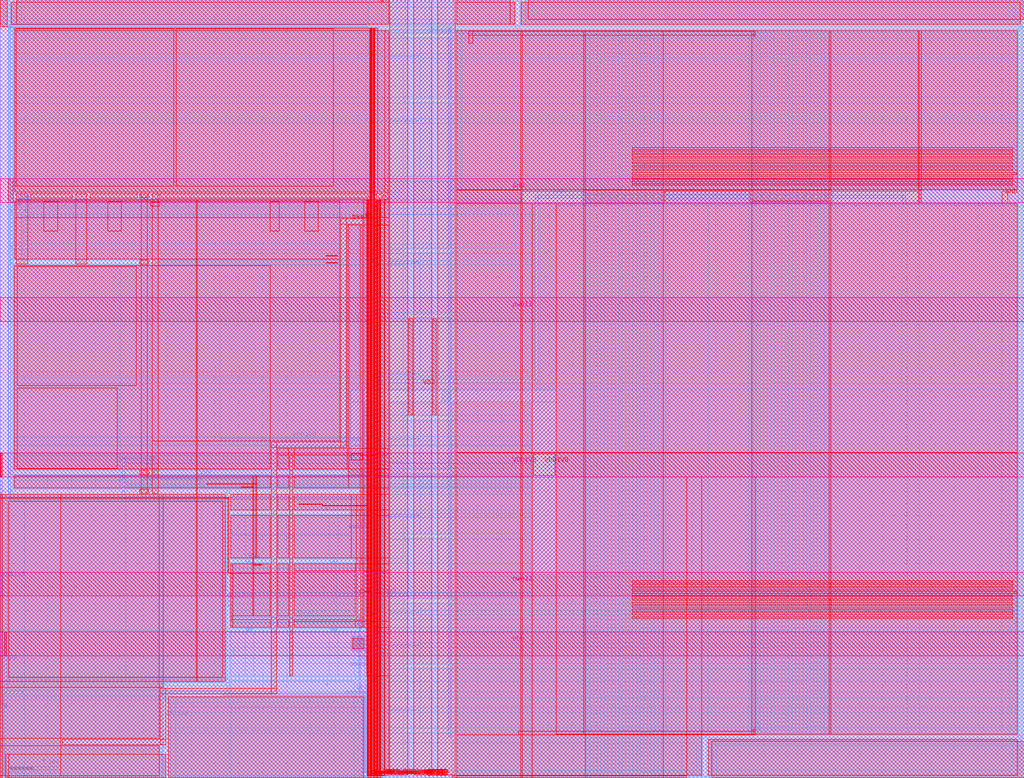
<source format=lef>
VERSION 5.6 ;
BUSBITCHARS "[]" ;
DIVIDERCHAR "/" ;

MACRO vbbgen_PULPV3_monitor
  CLASS BLOCK ;
  ORIGIN 0 0 ;
  FOREIGN vbbgen_PULPV3_monitor 0 0 ;
  SIZE 85.85 BY 65.269 ;
  SYMMETRY X Y R90 ;
  PIN pwell_value_LB[0]
    DIRECTION INPUT ;
    USE SIGNAL ;
    PORT
      LAYER M5 ;
        RECT 31.359 0 31.409 0.05 ;
    END
  END pwell_value_LB[0]
  PIN pwell_value_LB[1]
    DIRECTION INPUT ;
    USE SIGNAL ;
    PORT
      LAYER M5 ;
        RECT 31.259 0 31.309 0.05 ;
    END
  END pwell_value_LB[1]
  PIN pwell_value_LB[2]
    DIRECTION INPUT ;
    USE SIGNAL ;
    PORT
      LAYER M5 ;
        RECT 31.159 0 31.209 0.05 ;
    END
  END pwell_value_LB[2]
  PIN pwell_value_LB[3]
    DIRECTION INPUT ;
    USE SIGNAL ;
    PORT
      LAYER M5 ;
        RECT 31.059 0 31.109 0.05 ;
    END
  END pwell_value_LB[3]
  PIN pwell_value_LB[4]
    DIRECTION INPUT ;
    USE SIGNAL ;
    PORT
      LAYER M5 ;
        RECT 30.959 0 31.009 0.05 ;
    END
  END pwell_value_LB[4]
  PIN pwell_value_UB[0]
    DIRECTION INPUT ;
    USE SIGNAL ;
    PORT
      LAYER M5 ;
        RECT 31.859 0 31.909 0.05 ;
    END
  END pwell_value_UB[0]
  PIN pwell_value_UB[1]
    DIRECTION INPUT ;
    USE SIGNAL ;
    PORT
      LAYER M5 ;
        RECT 31.759 0 31.809 0.05 ;
    END
  END pwell_value_UB[1]
  PIN pwell_value_UB[2]
    DIRECTION INPUT ;
    USE SIGNAL ;
    PORT
      LAYER M5 ;
        RECT 31.659 0 31.709 0.05 ;
    END
  END pwell_value_UB[2]
  PIN pwell_value_UB[3]
    DIRECTION INPUT ;
    USE SIGNAL ;
    PORT
      LAYER M5 ;
        RECT 31.559 0 31.609 0.05 ;
    END
  END pwell_value_UB[3]
  PIN pwell_value_UB[4]
    DIRECTION INPUT ;
    USE SIGNAL ;
    PORT
      LAYER M5 ;
        RECT 31.459 0 31.509 0.05 ;
    END
  END pwell_value_UB[4]
  PIN nwell_value_LB[0]
    DIRECTION INPUT ;
    USE SIGNAL ;
    PORT
      LAYER M4 ;
        RECT 31.459 0 31.509 0.05 ;
    END
  END nwell_value_LB[0]
  PIN nwell_value_LB[1]
    DIRECTION INPUT ;
    USE SIGNAL ;
    PORT
      LAYER M4 ;
        RECT 31.559 0 31.609 0.05 ;
    END
  END nwell_value_LB[1]
  PIN nwell_value_LB[2]
    DIRECTION INPUT ;
    USE SIGNAL ;
    PORT
      LAYER M4 ;
        RECT 31.659 0 31.709 0.05 ;
    END
  END nwell_value_LB[2]
  PIN nwell_value_LB[3]
    DIRECTION INPUT ;
    USE SIGNAL ;
    PORT
      LAYER M4 ;
        RECT 31.759 0 31.809 0.05 ;
    END
  END nwell_value_LB[3]
  PIN nwell_value_LB[4]
    DIRECTION INPUT ;
    USE SIGNAL ;
    PORT
      LAYER M4 ;
        RECT 31.859 0 31.909 0.05 ;
    END
  END nwell_value_LB[4]
  PIN nwell_value_UB[0]
    DIRECTION INPUT ;
    USE SIGNAL ;
    PORT
      LAYER M4 ;
        RECT 30.959 0 31.009 0.05 ;
    END
  END nwell_value_UB[0]
  PIN nwell_value_UB[1]
    DIRECTION INPUT ;
    USE SIGNAL ;
    PORT
      LAYER M4 ;
        RECT 31.059 0 31.109 0.05 ;
    END
  END nwell_value_UB[1]
  PIN nwell_value_UB[2]
    DIRECTION INPUT ;
    USE SIGNAL ;
    PORT
      LAYER M4 ;
        RECT 31.159 0 31.209 0.05 ;
    END
  END nwell_value_UB[2]
  PIN nwell_value_UB[3]
    DIRECTION INPUT ;
    USE SIGNAL ;
    PORT
      LAYER M4 ;
        RECT 31.259 0 31.309 0.05 ;
    END
  END nwell_value_UB[3]
  PIN nwell_value_UB[4]
    DIRECTION INPUT ;
    USE SIGNAL ;
    PORT
      LAYER M4 ;
        RECT 31.359 0 31.409 0.05 ;
    END
  END nwell_value_UB[4]
  PIN GND
    DIRECTION INOUT ;
    USE GROUND ;
    PORT
      LAYER M5 ;
        RECT 32.66 0.245 34.16 65.269 ;
        RECT 43.721 48.269 48.937 49.212 ;
        RECT 55.657 48.269 62.894 49.212 ;
        RECT 55.657 48.269 62.895 48.27 ;
        RECT 69.614 48.269 76.974 49.212 ;
        RECT 83.999 48.269 84.483 49.212 ;
      LAYER M4 ;
        RECT 85.613 3.165 85.723 63.508 ;
        RECT 0.691 63.007 85.723 63.117 ;
        RECT 85.389 3.165 85.723 63.117 ;
        RECT 31.741 62.783 85.723 63.117 ;
        RECT 58.915 3.333 85.723 3.533 ;
        RECT 57.649 0 59.55 0.11 ;
        RECT 58.915 0 59.249 3.6 ;
        RECT 42.872 65.159 44.142 65.269 ;
        RECT 43.233 62.783 43.567 65.269 ;
        RECT 0.691 48.621 32.13 49.021 ;
        RECT 18.98 8.209 30.651 8.459 ;
        RECT 18.98 12.28 30.627 12.53 ;
        RECT 0.724 23.866 30.081 24.2 ;
        RECT 18.98 18.068 29.759 18.318 ;
        RECT 18.98 22.132 29.338 22.382 ;
        RECT 0.724 25.45 29.103 25.784 ;
        RECT 18.98 7.716 19.23 24.2 ;
        RECT 13.76 7.716 19.23 7.966 ;
        RECT 13.76 6.526 14.203 6.636 ;
        RECT 14.093 6.411 14.203 6.636 ;
        RECT 13.76 6.526 14.01 7.966 ;
        RECT 0.691 43.086 13.05 43.42 ;
        RECT 1.331 48.486 1.523 49.021 ;
        RECT 0.691 65.159 1.259 65.269 ;
        RECT 0.691 43.086 1.091 62.893 ;
        RECT 0.724 23.866 1.058 62.893 ;
        RECT 0.691 43.086 0.801 65.269 ;
        RECT 83.999 48.269 84.483 49.212 ;
        RECT 69.756 48.269 76.974 49.212 ;
        RECT 43.863 48.269 48.795 49.212 ;
      LAYER M6 ;
        RECT 0 48.269 85.85 50.269 ;
      LAYER M3 ;
        RECT 44.87 48.609 75.919 48.859 ;
        RECT 75.669 48.142 75.919 48.859 ;
        RECT 44.87 33.166 45.12 48.859 ;
        RECT 31.826 33.166 45.12 33.416 ;
        RECT 29.792 8.209 32.13 8.459 ;
        RECT 30.15 12.28 32.13 12.53 ;
        RECT 27.988 12.292 28.205 12.5 ;
        RECT 27.988 18.106 28.205 18.314 ;
        RECT 27.698 12.292 27.916 12.5 ;
        RECT 27.698 18.106 27.916 18.314 ;
        RECT 20.916 12.292 21.134 12.5 ;
        RECT 20.916 18.106 21.134 18.314 ;
        RECT 20.627 12.292 20.844 12.5 ;
        RECT 20.627 18.106 20.844 18.314 ;
      LAYER M2 ;
        RECT 1.549 48.025 1.803 48.145 ;
        RECT 1.327 48.408 1.669 48.528 ;
        RECT 1.549 48.025 1.669 48.528 ;
    END
    PORT
      LAYER M4 ;
        RECT 32.295 0 34.187 0.11 ;
    END
  END GND
  PIN VDD1V8
    DIRECTION INOUT ;
    USE POWER ;
    PORT
      LAYER M3 ;
        RECT 18.98 7.314 19.23 15.431 ;
        RECT 13.674 7.314 19.23 7.498 ;
        RECT 13.674 2.5 13.858 7.498 ;
      LAYER M2 ;
        RECT 18.98 15.199 19.53 15.407 ;
        RECT 18.98 14.393 19.23 15.407 ;
    END
    PORT
      LAYER M5 ;
        RECT 36.66 0.245 38.16 65.269 ;
        RECT 44.694 25.344 46.521 27.164 ;
      LAYER M4 ;
        RECT 44.711 25.344 46.504 27.164 ;
        RECT 33.883 3.82 37.779 4.12 ;
        RECT 33.883 9.227 37.779 9.527 ;
        RECT 33.883 14.689 37.779 14.989 ;
        RECT 33.883 20.116 37.779 20.416 ;
        RECT 33.883 25.561 37.779 25.861 ;
        RECT 33.883 30.031 37.779 30.331 ;
        RECT 33.883 38.621 37.779 38.921 ;
        RECT 33.883 44.055 37.779 44.355 ;
        RECT 33.883 50.09 37.779 50.39 ;
        RECT 33.883 56.688 37.779 56.988 ;
        RECT 33.883 62.13 37.779 62.43 ;
      LAYER M6 ;
        RECT 0 25.245 85.85 27.245 ;
      LAYER M3 ;
        RECT 29.405 31.513 46.605 32.513 ;
        RECT 44.605 17.019 46.605 32.513 ;
        RECT 29.405 26.616 30.405 32.513 ;
        RECT 18.525 28.272 30.405 28.522 ;
      LAYER M2 ;
        RECT 37.571 3.388 37.779 62.843 ;
        RECT 0 6.228 0.605 6.261 ;
        RECT 0 6.061 0.536 6.261 ;
        RECT 0.336 5.848 0.536 6.261 ;
        RECT 0 25.245 0.187 27.246 ;
        RECT 0 6.061 0.15 27.246 ;
    END
    PORT
      LAYER M3 ;
        RECT 28.319 15.199 34.091 15.407 ;
    END
  END VDD1V8
  PIN VDD
    DIRECTION INOUT ;
    USE POWER ;
    PORT
      LAYER M2 ;
        RECT 29.242 20.961 30.807 21.169 ;
    END
    PORT
      LAYER M2 ;
        RECT 29.281 9.437 30.807 9.645 ;
    END
    PORT
      LAYER M5 ;
        RECT 24.288 8.57 24.538 26.984 ;
        RECT 34.66 0.245 36.16 65.269 ;
      LAYER M6 ;
        RECT 0 10.245 85.85 12.245 ;
      LAYER M3 ;
        RECT 30.73 5.608 35.098 5.758 ;
        RECT 30.686 11.054 35.098 11.204 ;
        RECT 30.73 13.776 35.098 13.926 ;
        RECT 30.73 21.933 35.098 22.083 ;
        RECT 30.73 28.372 35.098 28.522 ;
        RECT 30.73 33.822 35.098 33.972 ;
        RECT 30.73 43.14 35.098 43.29 ;
        RECT 30.73 55.027 35.098 55.177 ;
        RECT 30.73 60.48 35.098 60.63 ;
        RECT 0.691 62.981 30.736 63.181 ;
        RECT 12.717 25.066 16.738 25.274 ;
        RECT 16.53 23.361 16.738 25.274 ;
        RECT 10.227 26.776 12.925 26.984 ;
        RECT 12.717 25.066 12.925 26.984 ;
        RECT 10.227 23.365 10.435 26.984 ;
        RECT 0.691 23.365 10.435 23.565 ;
        RECT 0.691 47.412 2.491 47.662 ;
        RECT 0.691 44.412 2.491 44.662 ;
        RECT 2.087 47.367 2.137 47.662 ;
        RECT 0.691 23.365 0.891 63.181 ;
        RECT 0.325 7.025 1.93 7.233 ;
        RECT 0.325 7.025 0.533 12.245 ;
      LAYER M2 ;
        RECT 0.691 23.361 30.807 23.569 ;
        RECT 29.416 10.648 30.707 11.873 ;
        RECT 12.047 25.066 21.337 25.274 ;
    END
    PORT
      LAYER M2 ;
        RECT 28.935 7.037 30.807 7.245 ;
    END
  END VDD
  PIN pwell_pos_clk
    DIRECTION INPUT ;
    USE SIGNAL ;
    PORT
      LAYER M4 ;
        RECT 0.291 0 0.341 0.05 ;
    END
  END pwell_pos_clk
  PIN pwell
    DIRECTION INOUT ;
    USE POWER ;
    PORT
      LAYER M5 ;
        RECT 5.182 2.761 13.867 3.211 ;
        RECT 13.417 2.761 13.867 7.493 ;
        RECT 13.417 7.043 23.174 7.493 ;
        RECT 22.724 7.043 23.174 28.179 ;
        RECT 22.724 27.729 29.013 28.179 ;
        RECT 28.563 27.729 29.013 46.891 ;
        RECT 28.563 46.441 30.388 46.891 ;
      LAYER M6 ;
        RECT 0 38.269 85.85 40.269 ;
    END
  END pwell
  PIN pwell_neg_clk
    DIRECTION INPUT ;
    USE SIGNAL ;
    PORT
      LAYER M4 ;
        RECT 32.059 0 32.109 0.05 ;
    END
  END pwell_neg_clk
  PIN compare_pwell_neg_LB
    DIRECTION OUTPUT ;
    USE SIGNAL ;
    PORT
      LAYER M5 ;
        RECT 30.859 0 30.909 0.05 ;
    END
  END compare_pwell_neg_LB
  PIN compare_pwell_neg_UB
    DIRECTION OUTPUT ;
    USE SIGNAL ;
    PORT
      LAYER M5 ;
        RECT 30.759 0 30.809 0.05 ;
    END
  END compare_pwell_neg_UB
  PIN compare_nwell_LB
    DIRECTION OUTPUT ;
    USE SIGNAL ;
    PORT
      LAYER M4 ;
        RECT 30.859 0 30.909 0.05 ;
    END
  END compare_nwell_LB
  PIN compare_nwell_UB
    DIRECTION OUTPUT ;
    USE SIGNAL ;
    PORT
      LAYER M4 ;
        RECT 30.759 0 30.809 0.05 ;
    END
  END compare_nwell_UB
  PIN nwell
    DIRECTION INOUT ;
    USE GROUND ;
    PORT
      LAYER M5 ;
        RECT 29.871 13.225 30.239 17.245 ;
      LAYER M4 ;
        RECT 19.616 13.394 30.228 13.46 ;
      LAYER M6 ;
        RECT 0 15.245 85.85 17.245 ;
      LAYER M1 ;
        RECT 30.086 7.088 30.467 7.198 ;
        RECT 30.357 0.21 30.467 7.198 ;
        RECT 30.086 7.088 30.236 13.712 ;
    END
  END nwell
  PIN nwell_clk
    DIRECTION INPUT ;
    USE SIGNAL ;
    PORT
      LAYER M4 ;
        RECT 31.959 0 32.009 0.05 ;
    END
  END nwell_clk
  PIN compare_pwell_pos_LB
    DIRECTION OUTPUT ;
    USE SIGNAL ;
    PORT
      LAYER M4 ;
        RECT 30.659 0 30.709 0.05 ;
    END
  END compare_pwell_pos_LB
  PIN compare_pwell_pos_UB
    DIRECTION OUTPUT ;
    USE SIGNAL ;
    PORT
      LAYER M4 ;
        RECT 30.559 0 30.609 0.05 ;
    END
  END compare_pwell_pos_UB
  OBS
    LAYER M1 ;
      RECT 0 0 85.85 65.269 ;
    LAYER M2 ;
      RECT 0 0 85.85 65.269 ;
    LAYER M3 ;
      RECT 0 0 85.85 65.269 ;
    LAYER M4 ;
      RECT 0.033 25.278 0.167 27.212 ;
      RECT 0.291 0.55 0.341 6.933 ;
      RECT 0.362 10.278 0.496 12.212 ;
      RECT 1.697 43.873 1.847 44.049 ;
      RECT 1.747 43.853 1.797 46.722 ;
      RECT 1.432 25.937 9.806 32.711 ;
      RECT 1.432 32.923 11.406 42.897 ;
      RECT 3.075 6.526 13.26 6.776 ;
      RECT 0.696 0 13.87 1.974 ;
      RECT 1.353 49.647 14.527 62.821 ;
      RECT 10.031 26.649 15.986 26.983 ;
      RECT 14.503 24.303 14.623 24.671 ;
      RECT 14.503 24.605 17.8 24.671 ;
      RECT 0.696 8.42 13.26 23.194 ;
      RECT 0.696 8.466 18.48 23.194 ;
      RECT 15.116 24.371 20.752 24.437 ;
      RECT 21.605 17.844 21.861 17.894 ;
      RECT 19.516 17.146 22.463 17.212 ;
      RECT 24.288 22.493 24.538 23.569 ;
      RECT 24.288 20.491 24.538 22.021 ;
      RECT 24.288 18.453 24.538 20.205 ;
      RECT 24.288 10.401 24.538 12.153 ;
      RECT 24.288 8.57 24.538 10.114 ;
      RECT 12.301 26.213 12.415 26.413 ;
      RECT 12.301 26.363 25.966 26.413 ;
      RECT 27.365 22.55 27.415 22.806 ;
      RECT 27.365 7.8 27.415 8.056 ;
      RECT 14.745 49.647 27.919 62.821 ;
      RECT 19.352 20.315 29.316 20.381 ;
      RECT 19.352 20.315 19.462 20.736 ;
      RECT 19.354 12.979 29.316 13.045 ;
      RECT 19.354 12.979 19.42 14.629 ;
      RECT 19.516 10.225 29.316 10.291 ;
      RECT 19.516 10.225 19.668 10.738 ;
      RECT 1.353 47.921 30.384 48.321 ;
      RECT 29.603 25.45 30.386 25.784 ;
      RECT 9.969 24.941 30.386 25.275 ;
      RECT 14.093 0 30.467 5.911 ;
      RECT 14.703 0 30.467 6.774 ;
      RECT 30.559 0.55 30.609 6.931 ;
      RECT 18.644 6.881 30.609 6.931 ;
      RECT 30.659 0.55 30.709 7.081 ;
      RECT 18.64 7.031 30.709 7.081 ;
      RECT 30.284 24.31 30.763 24.376 ;
      RECT 30.284 24.31 30.35 24.837 ;
      RECT 19.516 17.561 30.763 17.627 ;
      RECT 30.759 0.55 30.809 7.231 ;
      RECT 30.859 0.55 30.909 7.381 ;
      RECT 30.959 0.55 31.009 24.275 ;
      RECT 31.059 0.55 31.109 23.22 ;
      RECT 31.159 0.55 31.209 23.823 ;
      RECT 31.259 0.55 31.309 20.593 ;
      RECT 31.359 0.55 31.409 18.414 ;
      RECT 31.459 0.55 31.509 15.137 ;
      RECT 31.559 0.55 31.609 12.974 ;
      RECT 31.659 0.55 31.709 10.254 ;
      RECT 31.759 0.55 31.809 7.293 ;
      RECT 31.859 0.55 31.909 23.53 ;
      RECT 31.959 0.55 32.009 24.516 ;
      RECT 30.473 24.466 32.009 24.516 ;
      RECT 30.473 24.466 30.587 24.658 ;
      RECT 32.059 0.55 32.109 46.992 ;
      RECT 39.281 61.611 39.615 62.345 ;
      RECT 38.6 49.253 38.75 62.611 ;
      RECT 40.682 62.007 40.832 62.611 ;
      RECT 38.6 62.461 40.832 62.611 ;
      RECT 1.301 63.617 42.733 64.659 ;
      RECT 1.759 63.617 42.372 65.269 ;
      RECT 34.687 0 57.149 2.934 ;
      RECT 32.282 0.61 58.415 2.934 ;
      RECT 63.139 62.007 63.289 62.611 ;
      RECT 63.139 3.619 63.289 4.222 ;
      RECT 63.439 4.045 63.589 4.648 ;
      RECT 84.881 50.62 85.215 50.754 ;
      RECT 85.065 50.62 85.215 53.312 ;
      RECT 85.065 12.917 85.215 15.609 ;
      RECT 84.881 15.475 85.215 15.609 ;
      RECT 44.067 63.617 85.113 64.659 ;
      RECT 44.642 64.008 85.723 65.269 ;
      RECT 60.05 0 85.85 2.665 ;
      RECT 59.749 0.61 84.889 2.833 ;
    LAYER M4 SPACING 0.05 ;
      RECT 0.033 25.278 0.167 27.212 ;
      RECT 0.362 10.278 0.496 12.212 ;
      RECT 0 62.985 0.584 65.269 ;
      RECT 0 63.288 0.599 65.269 ;
      RECT 0.998 23.672 10.12 23.774 ;
      RECT 0 0 0.199 23.774 ;
      RECT 0.433 0 13.87 1.974 ;
      RECT 0 0.142 13.668 2.393 ;
      RECT 0 6.526 13.668 6.776 ;
      RECT 0 0.142 13.567 6.918 ;
      RECT 0.291 0.142 0.341 6.933 ;
      RECT 0.64 7.34 13.567 23.258 ;
      RECT 0.64 7.605 13.668 23.258 ;
      RECT 0.64 8.279 18.888 8.389 ;
      RECT 0 0.142 0.218 23.774 ;
      RECT 0.64 8.058 18.873 23.254 ;
      RECT 2.037 0 13.567 23.258 ;
      RECT 0 12.352 16.423 23.258 ;
      RECT 0 12.352 0.584 23.774 ;
      RECT 10.542 8.058 16.423 23.774 ;
      RECT 16.845 15.538 18.888 23.774 ;
      RECT 29.438 26.663 30.372 27.197 ;
      RECT 34.712 60.488 35.046 60.622 ;
      RECT 34.712 55.035 35.046 55.169 ;
      RECT 34.712 43.148 35.046 43.282 ;
      RECT 34.712 33.83 35.046 33.964 ;
      RECT 34.712 28.38 35.046 28.514 ;
      RECT 34.712 21.941 35.046 22.075 ;
      RECT 34.712 13.784 35.046 13.918 ;
      RECT 34.712 11.062 35.046 11.196 ;
      RECT 34.712 5.616 35.046 5.75 ;
      RECT 37.013 31.633 37.807 32.393 ;
      RECT 30.843 63.209 43.141 65.067 ;
      RECT 0.893 63.288 43.141 65.067 ;
      RECT 1.351 63.288 42.78 65.269 ;
      RECT 14.093 0.142 32.203 5.501 ;
      RECT 63.139 3.619 63.289 62.691 ;
      RECT 14.093 0.202 58.823 3.728 ;
      RECT 34.279 0 57.557 3.728 ;
      RECT 14.093 0.202 33.791 5.501 ;
      RECT 14.093 4.212 85.297 5.501 ;
      RECT 14.093 0.142 30.709 6.319 ;
      RECT 30.759 0.142 30.809 8.102 ;
      RECT 30.859 0.142 30.909 8.102 ;
      RECT 31.759 0.142 31.809 8.102 ;
      RECT 14.093 0 30.467 6.319 ;
      RECT 14.295 0 30.467 7.207 ;
      RECT 14.102 6.728 85.297 7.207 ;
      RECT 19.337 5.865 85.297 8.102 ;
      RECT 19.337 0 29.685 8.117 ;
      RECT 31.659 0.142 31.709 10.947 ;
      RECT 32.237 5.865 85.297 9.135 ;
      RECT 35.205 4.212 85.297 9.135 ;
      RECT 19.337 8.566 33.791 10.947 ;
      RECT 19.337 9.619 85.297 10.947 ;
      RECT 19.337 8.566 30.579 12.173 ;
      RECT 19.337 11.311 85.297 12.173 ;
      RECT 19.337 8.551 29.685 12.185 ;
      RECT 19.337 8.551 20.52 12.188 ;
      RECT 21.241 8.551 27.591 12.188 ;
      RECT 28.312 8.566 30.043 12.188 ;
      RECT 19.337 12.622 30.043 13.302 ;
      RECT 31.559 0.142 31.609 13.669 ;
      RECT 19.337 12.637 85.297 13.302 ;
      RECT 19.337 12.622 19.524 17.976 ;
      RECT 30.32 12.637 85.297 13.669 ;
      RECT 32.237 11.311 85.297 13.669 ;
      RECT 19.337 13.552 30.623 15.092 ;
      RECT 35.205 9.619 85.297 14.597 ;
      RECT 19.337 14.033 85.297 14.597 ;
      RECT 19.337 14.033 33.791 15.092 ;
      RECT 31.459 0.142 31.509 15.137 ;
      RECT 19.337 13.552 28.212 17.976 ;
      RECT 31.259 0.142 31.309 21.826 ;
      RECT 31.359 0.142 31.409 21.826 ;
      RECT 31.496 14.033 31.546 21.826 ;
      RECT 37.871 0 57.557 16.912 ;
      RECT 19.337 15.514 44.498 17.976 ;
      RECT 19.322 15.538 44.498 17.976 ;
      RECT 19.322 18.41 20.52 22.04 ;
      RECT 21.241 18.41 27.591 22.04 ;
      RECT 29.851 15.514 44.498 20.024 ;
      RECT 34.198 15.081 44.498 20.024 ;
      RECT 19.322 18.421 33.791 21.826 ;
      RECT 19.322 20.508 44.498 21.826 ;
      RECT 28.312 18.41 30.763 22.04 ;
      RECT 19.322 18.421 30.763 22.04 ;
      RECT 30.959 0.142 31.009 28.265 ;
      RECT 31.059 0.142 31.109 28.265 ;
      RECT 31.159 0.142 31.209 28.265 ;
      RECT 31.859 0.142 31.909 28.265 ;
      RECT 31.959 0.142 32.009 28.265 ;
      RECT 29.43 18.41 30.763 23.774 ;
      RECT 19.322 22.474 44.498 23.774 ;
      RECT 30.173 22.19 44.498 25.469 ;
      RECT 10.542 24.371 44.498 24.437 ;
      RECT 10.542 24.605 44.498 24.671 ;
      RECT 10.542 24.292 16.423 25.275 ;
      RECT 1.15 24.941 44.498 25.275 ;
      RECT 1.15 24.292 10.12 25.358 ;
      RECT 10.542 24.292 12.61 25.358 ;
      RECT 16.845 24.292 44.498 25.358 ;
      RECT 35.205 20.508 44.498 25.469 ;
      RECT 29.195 24.292 33.791 26.509 ;
      RECT 10.542 26.363 44.498 26.413 ;
      RECT 10.542 25.876 12.61 26.983 ;
      RECT 1.15 26.649 29.298 26.983 ;
      RECT 1.15 25.876 10.12 42.994 ;
      RECT 13.032 25.876 29.298 28.165 ;
      RECT 1.15 27.854 44.498 27.92 ;
      RECT 30.512 25.953 44.498 28.265 ;
      RECT 1.15 28.234 30.386 28.568 ;
      RECT 30.512 15.514 30.623 31.406 ;
      RECT 35.205 25.953 44.498 29.939 ;
      RECT 30.512 28.629 44.498 29.939 ;
      RECT 30.512 28.629 33.791 31.406 ;
      RECT 37.871 0 44.498 31.406 ;
      RECT 30.512 30.423 44.498 31.406 ;
      RECT 1.15 28.629 29.298 42.994 ;
      RECT 46.712 3.692 85.297 48.035 ;
      RECT 1.15 32.62 85.297 33.059 ;
      RECT 1.15 32.62 31.719 33.715 ;
      RECT 1.15 33.523 44.763 33.715 ;
      RECT 1.15 27.091 18.418 42.994 ;
      RECT 35.205 33.523 44.763 38.529 ;
      RECT 1.15 34.079 44.763 38.529 ;
      RECT 1.15 34.079 33.791 42.994 ;
      RECT 13.142 39.013 44.763 43.033 ;
      RECT 13.142 32.62 30.623 48.529 ;
      RECT 32.059 0.142 32.109 48.529 ;
      RECT 13.142 43.397 44.763 43.963 ;
      RECT 35.205 39.013 44.763 43.963 ;
      RECT 1.183 43.512 33.791 44.305 ;
      RECT 1.747 43.512 1.797 47.305 ;
      RECT 1.183 44.769 44.763 47.26 ;
      RECT 1.183 44.769 1.98 47.305 ;
      RECT 2.244 44.769 44.763 47.305 ;
      RECT 2.598 43.512 33.791 48.529 ;
      RECT 59.341 3.625 85.297 48.035 ;
      RECT 37.871 33.523 44.763 48.177 ;
      RECT 45.227 32.62 75.562 48.177 ;
      RECT 76.026 3.625 85.297 48.177 ;
      RECT 1.183 47.769 43.771 48.394 ;
      RECT 48.887 3.692 69.664 48.502 ;
      RECT 1.183 47.769 1.239 48.529 ;
      RECT 1.615 47.769 43.771 48.529 ;
      RECT 49.147 0 49.447 62.691 ;
      RECT 49.747 0 50.047 62.691 ;
      RECT 50.347 0 50.647 62.691 ;
      RECT 50.947 0 51.247 62.691 ;
      RECT 51.547 0 51.847 62.691 ;
      RECT 52.147 0 52.447 62.691 ;
      RECT 52.747 0 53.047 62.691 ;
      RECT 53.347 0 53.647 62.691 ;
      RECT 53.947 0 54.247 62.691 ;
      RECT 54.547 0 54.847 62.691 ;
      RECT 55.147 0 55.447 62.691 ;
      RECT 55.799 3.692 62.753 62.691 ;
      RECT 63.104 3.625 63.404 62.691 ;
      RECT 63.704 3.625 64.004 62.691 ;
      RECT 64.304 3.625 64.604 62.691 ;
      RECT 64.904 3.625 65.204 62.691 ;
      RECT 65.504 3.625 65.804 62.691 ;
      RECT 66.104 3.625 66.404 62.691 ;
      RECT 66.704 3.625 67.004 62.691 ;
      RECT 67.304 3.625 67.604 62.691 ;
      RECT 67.904 3.625 68.204 62.691 ;
      RECT 68.504 3.625 68.804 62.691 ;
      RECT 69.104 3.625 69.404 62.691 ;
      RECT 48.887 48.966 69.664 62.691 ;
      RECT 77.066 3.625 83.907 62.691 ;
      RECT 32.222 44.447 43.771 49.998 ;
      RECT 1.183 49.113 33.791 54.92 ;
      RECT 1.183 50.482 85.297 54.92 ;
      RECT 35.205 50.482 85.297 56.596 ;
      RECT 1.183 55.284 85.297 56.596 ;
      RECT 1.183 55.284 33.791 60.373 ;
      RECT 1.183 57.08 85.297 60.373 ;
      RECT 1.183 49.113 30.623 62.874 ;
      RECT 35.205 57.08 85.297 62.038 ;
      RECT 1.183 60.737 85.297 62.038 ;
      RECT 1.183 60.737 33.791 62.691 ;
      RECT 37.871 49.304 85.297 62.691 ;
      RECT 84.575 3.625 85.297 62.691 ;
      RECT 1.183 62.522 85.297 62.691 ;
      RECT 1.183 60.737 31.649 62.874 ;
      RECT 30.843 60.737 31.649 62.915 ;
      RECT 43.659 63.209 85.521 65.067 ;
      RECT 44.234 63.6 85.85 65.269 ;
      RECT 59.642 0 85.85 3.073 ;
      RECT 59.341 0.202 85.297 3.241 ;
    LAYER M5 ;
      RECT 0.033 25.278 0.167 27.212 ;
      RECT 0.362 10.278 0.496 12.212 ;
      RECT 0.691 48.269 1.073 50.269 ;
      RECT 1.353 43.086 2.287 49.021 ;
      RECT 3.656 45.87 4.803 48.321 ;
      RECT 2.567 48.621 6.049 49.021 ;
      RECT 6.328 43.086 7.262 49.021 ;
      RECT 1.432 25.937 9.806 32.711 ;
      RECT 9.002 45.87 10.149 48.321 ;
      RECT 1.432 32.923 11.406 42.897 ;
      RECT 7.542 48.621 11.48 49.021 ;
      RECT 11.705 23.866 12.439 24.2 ;
      RECT 11.705 25.45 12.439 25.784 ;
      RECT 11.705 43.086 12.439 43.42 ;
      RECT 11.69 48.654 12.454 48.988 ;
      RECT 11.822 23.866 12.322 49.021 ;
      RECT 12.606 47.954 13.37 48.288 ;
      RECT 12.738 23.866 13.238 49.021 ;
      RECT 0.696 0 13.87 1.974 ;
      RECT 1.353 49.647 14.527 62.821 ;
      RECT 0.696 8.42 18.67 23.194 ;
      RECT 19.066 17.139 20.121 17.219 ;
      RECT 19.066 17.139 19.146 23.506 ;
      RECT 16.441 23.426 19.146 23.506 ;
      RECT 16.441 23.426 16.521 32.312 ;
      RECT 21.422 20.696 21.488 24.671 ;
      RECT 17.36 24.605 21.488 24.671 ;
      RECT 21.185 17.836 21.906 17.902 ;
      RECT 21.185 17.836 21.251 24.437 ;
      RECT 20.22 24.371 21.251 24.437 ;
      RECT 22.648 45.87 23.382 48.321 ;
      RECT 25.534 45.87 26.681 48.321 ;
      RECT 14.745 49.647 27.919 62.821 ;
      RECT 27.336 43.766 28.302 43.816 ;
      RECT 27.336 43.186 28.302 43.236 ;
      RECT 29.438 26.663 30.372 27.197 ;
      RECT 14.093 0 30.467 6.774 ;
      RECT 29.555 10.808 30.491 11.71 ;
      RECT 30.759 0.55 30.809 22.849 ;
      RECT 27.009 22.799 30.809 22.849 ;
      RECT 27.009 22.799 27.059 22.99 ;
      RECT 25.042 22.94 27.059 22.99 ;
      RECT 13.378 48.621 30.848 49.021 ;
      RECT 30.859 0.55 30.909 22.99 ;
      RECT 30.959 26.363 31.009 61.53 ;
      RECT 30.959 0.55 31.009 23.117 ;
      RECT 31.059 0.55 31.109 58.746 ;
      RECT 31.159 0.55 31.209 56.026 ;
      RECT 31.259 0.55 31.309 53.025 ;
      RECT 31.359 0.55 31.409 50.65 ;
      RECT 31.459 0.55 31.509 47.961 ;
      RECT 31.559 0.55 31.609 45.241 ;
      RECT 31.659 0.55 31.709 42.521 ;
      RECT 31.759 0.55 31.809 39.805 ;
      RECT 31.859 0.55 31.909 37.079 ;
      RECT 31.92 65.159 32.13 65.269 ;
      RECT 31.52 48.621 32.13 49.021 ;
      RECT 39.281 61.611 39.615 62.611 ;
      RECT 63.155 62.155 63.289 62.611 ;
      RECT 39.281 62.311 63.289 62.611 ;
      RECT 43.48 3.619 63.289 3.919 ;
      RECT 63.155 3.619 63.289 4.075 ;
      RECT 52.984 52.712 84.872 52.862 ;
      RECT 52.984 52.412 84.872 52.562 ;
      RECT 52.984 52.112 84.872 52.262 ;
      RECT 52.984 51.812 84.872 51.962 ;
      RECT 52.984 51.512 84.872 51.662 ;
      RECT 52.984 51.212 84.872 51.362 ;
      RECT 52.984 50.912 84.872 51.062 ;
      RECT 52.984 50.312 84.872 50.462 ;
      RECT 52.984 50.012 84.872 50.162 ;
      RECT 52.984 49.712 84.872 49.862 ;
      RECT 52.984 16.367 84.872 16.517 ;
      RECT 52.984 16.067 84.872 16.217 ;
      RECT 52.984 15.767 84.872 15.917 ;
      RECT 52.984 15.167 84.872 15.317 ;
      RECT 52.984 14.867 84.872 15.017 ;
      RECT 52.984 14.567 84.872 14.717 ;
      RECT 52.984 14.267 84.872 14.417 ;
      RECT 52.984 13.967 84.872 14.117 ;
      RECT 52.984 13.667 84.872 13.817 ;
      RECT 52.984 13.367 84.872 13.517 ;
      RECT 52.984 50.612 85.215 50.762 ;
      RECT 52.984 15.467 85.215 15.617 ;
    LAYER M5 SPACING 0.05 ;
      RECT 0.033 25.278 0.167 27.212 ;
      RECT 0 63 0.584 65.269 ;
      RECT 0.691 48.269 1.073 50.269 ;
      RECT 2.567 48.621 6.049 49.021 ;
      RECT 7.542 48.621 11.48 49.021 ;
      RECT 23.266 24.307 24.196 25.343 ;
      RECT 23.266 22.489 24.196 23.759 ;
      RECT 23.266 18.425 24.196 22.025 ;
      RECT 23.266 13.567 24.196 17.961 ;
      RECT 23.266 12.637 24.196 13.287 ;
      RECT 14.093 0 30.467 6.774 ;
      RECT 29.555 10.808 30.491 11.71 ;
      RECT 13.378 48.621 30.848 49.021 ;
      RECT 31.52 48.621 32.13 49.021 ;
      RECT 0.908 63.224 32.568 65.052 ;
      RECT 1.366 63.224 32.568 65.269 ;
      RECT 0 0 0.184 23.759 ;
      RECT 30.759 0.142 30.809 48.514 ;
      RECT 30.859 0.142 30.909 48.514 ;
      RECT 31.459 0.142 31.509 48.514 ;
      RECT 31.559 0.142 31.609 48.514 ;
      RECT 31.659 0.142 31.709 48.514 ;
      RECT 31.759 0.142 31.809 48.514 ;
      RECT 31.859 0.142 31.909 48.514 ;
      RECT 30.758 0.157 32.188 48.514 ;
      RECT 0.448 0 13.87 1.974 ;
      RECT 0 0.157 13.325 2.669 ;
      RECT 0 0.157 5.09 23.759 ;
      RECT 0 3.303 13.325 23.759 ;
      RECT 0 7.585 13.653 23.759 ;
      RECT 24.63 12.637 32.568 13.133 ;
      RECT 19.337 12.637 22.632 13.287 ;
      RECT 24.63 12.637 29.779 13.287 ;
      RECT 19.337 12.637 19.509 17.961 ;
      RECT 19.066 17.139 22.632 17.219 ;
      RECT 24.63 13.567 29.779 17.961 ;
      RECT 19.337 13.567 22.632 17.961 ;
      RECT 24.63 17.337 32.568 17.961 ;
      RECT 19.337 18.425 22.632 22.025 ;
      RECT 24.63 18.425 32.568 22.025 ;
      RECT 29.445 18.425 32.568 23.759 ;
      RECT 19.066 17.139 19.146 23.506 ;
      RECT 0 23.426 19.146 23.506 ;
      RECT 0 8.073 18.873 23.759 ;
      RECT 19.337 22.489 22.632 23.759 ;
      RECT 29.866 17.337 32.568 23.759 ;
      RECT 24.63 22.489 32.568 23.759 ;
      RECT 11.705 23.866 12.439 24.2 ;
      RECT 21.185 13.567 21.251 25.343 ;
      RECT 21.422 18.425 21.488 25.343 ;
      RECT 1.165 24.307 22.632 25.343 ;
      RECT 24.63 24.307 32.568 25.343 ;
      RECT 11.705 25.45 12.439 25.784 ;
      RECT 16.441 8.073 16.521 48.514 ;
      RECT 30.188 17.337 32.568 46.349 ;
      RECT 29.21 24.307 32.568 46.349 ;
      RECT 23.266 25.891 24.196 27.637 ;
      RECT 24.63 25.891 32.568 27.637 ;
      RECT 23.266 27.076 32.568 27.637 ;
      RECT 1.165 25.891 22.632 42.979 ;
      RECT 11.705 43.086 12.439 43.42 ;
      RECT 12.738 28.271 28.471 48.514 ;
      RECT 30.331 12.637 32.568 46.349 ;
      RECT 29.105 25.891 32.568 46.349 ;
      RECT 30.734 8.566 32.568 48.514 ;
      RECT 30.48 12.637 32.568 48.514 ;
      RECT 1.198 43.527 28.471 48.379 ;
      RECT 30.758 0.217 32.568 48.514 ;
      RECT 1.353 46.983 32.568 48.514 ;
      RECT 11.69 48.654 12.454 48.988 ;
      RECT 1.353 43.086 2.287 49.021 ;
      RECT 6.328 43.086 7.262 49.021 ;
      RECT 11.822 23.866 12.322 49.021 ;
      RECT 12.738 23.866 13.238 49.021 ;
      RECT 30.959 0.142 31.009 62.9 ;
      RECT 31.059 0.142 31.109 62.9 ;
      RECT 31.159 0.142 31.209 62.9 ;
      RECT 31.259 0.142 31.309 62.9 ;
      RECT 31.359 0.142 31.409 62.9 ;
      RECT 32.237 0.217 32.568 62.676 ;
      RECT 1.198 49.128 32.568 62.676 ;
      RECT 1.198 49.128 31.634 62.9 ;
      RECT 34.252 30.438 34.568 38.514 ;
      RECT 36.252 30.438 36.568 38.514 ;
      RECT 38.252 63.224 43.126 65.052 ;
      RECT 38.252 63.224 42.765 65.269 ;
      RECT 37.886 0 57.542 0.153 ;
      RECT 38.252 0.217 58.808 25.237 ;
      RECT 38.252 3.619 63.289 25.237 ;
      RECT 38.252 0 57.542 25.237 ;
      RECT 38.252 0 44.604 25.252 ;
      RECT 46.611 3.64 85.282 25.252 ;
      RECT 38.252 0 44.602 48.162 ;
      RECT 38.252 27.256 44.604 48.162 ;
      RECT 46.611 27.256 85.282 48.162 ;
      RECT 46.613 3.64 85.282 48.162 ;
      RECT 38.252 27.271 85.282 48.162 ;
      RECT 38.252 0 43.756 48.177 ;
      RECT 48.902 3.64 69.649 48.177 ;
      RECT 38.252 0 43.629 62.676 ;
      RECT 49.029 0 55.565 62.676 ;
      RECT 62.987 3.64 69.522 62.676 ;
      RECT 62.986 48.362 69.522 62.676 ;
      RECT 38.252 49.304 43.756 62.676 ;
      RECT 48.902 49.304 69.649 62.676 ;
      RECT 77.066 48.269 77.23 62.676 ;
      RECT 76.974 49.304 77.23 62.676 ;
      RECT 38.252 49.319 85.282 62.676 ;
      RECT 43.674 63.224 85.506 65.052 ;
      RECT 44.249 63.615 85.85 65.269 ;
      RECT 59.657 0 85.85 3.058 ;
      RECT 59.356 0.217 85.282 3.226 ;
  END
END vbbgen_PULPV3_monitor

END LIBRARY

</source>
